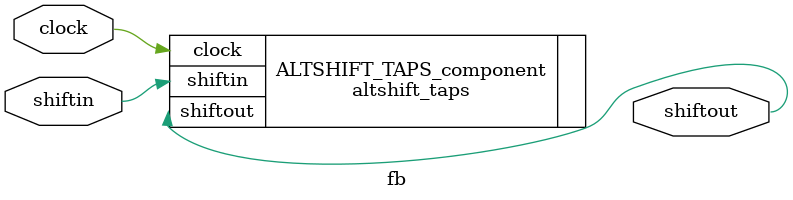
<source format=v>
module row (
   input           clock,
   input    [0:0]  shiftin,
   output   [0:0]  shiftout
);

   altshift_taps  ALTSHIFT_TAPS_component (
            .clock (clock),
            .shiftin (shiftin),
            .shiftout (shiftout)
            );
   defparam
      ALTSHIFT_TAPS_component.intended_device_family = "Cyclone V",
      ALTSHIFT_TAPS_component.lpm_hint = "RAM_BLOCK_TYPE=M10K",
      ALTSHIFT_TAPS_component.lpm_type = "altshift_taps",
      ALTSHIFT_TAPS_component.number_of_taps = 1,
      ALTSHIFT_TAPS_component.tap_distance = 2198,
      ALTSHIFT_TAPS_component.width = 1;

endmodule


module fb (
   input           clock,
   input    [0:0]  shiftin,
   output   [0:0]  shiftout
);

   altshift_taps  ALTSHIFT_TAPS_component (
            .clock (clock),
            .shiftin (shiftin),
            .shiftout (shiftout)
            );
   defparam
      ALTSHIFT_TAPS_component.intended_device_family = "Cyclone V",
      ALTSHIFT_TAPS_component.lpm_hint = "RAM_BLOCK_TYPE=M10K",
      ALTSHIFT_TAPS_component.lpm_type = "altshift_taps",
      ALTSHIFT_TAPS_component.number_of_taps = 1,
      ALTSHIFT_TAPS_component.tap_distance = 2472798, // 2069758,
      ALTSHIFT_TAPS_component.width = 1;


endmodule

</source>
